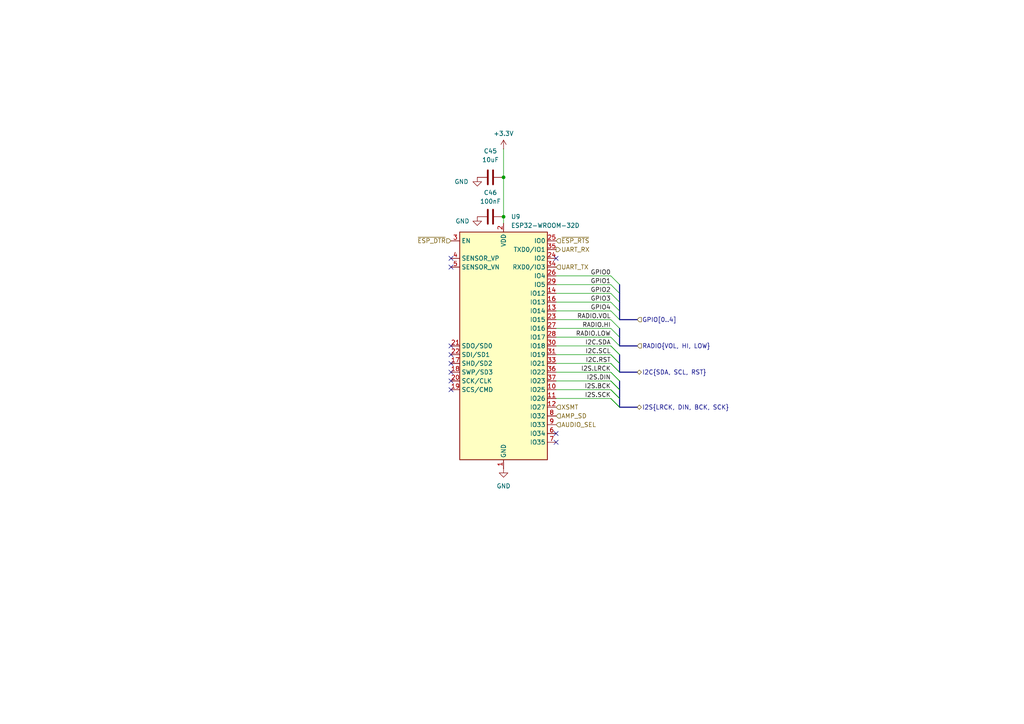
<source format=kicad_sch>
(kicad_sch (version 20250114) (generator "eeschema") (generator_version "9.0")
  (paper "A4")
  (title_block (title "Tesla sextant BT") (date "2025-11-30") (rev "2.1"))
  (lib_symbols
    (symbol "Device:C" (pin_numbers (hide yes)) (pin_names (offset 0.254))
      (property "Reference" "C" (at 0.635 2.54 0))
      (property "Value" "C" (at 0.635 -2.54 0))
      (symbol "C_0_1"
        (polyline (pts (xy -2.032 0.762) (xy 2.032 0.762)) (stroke (width 0.508)))
        (polyline (pts (xy -2.032 -0.762) (xy 2.032 -0.762)) (stroke (width 0.508)))
      )
      (symbol "C_1_1"
        (pin passive line (at 0 3.81 270) (length 2.794) (name "~") (number "1"))
        (pin passive line (at 0 -3.81 90) (length 2.794) (name "~") (number "2"))
      )
    )
    (symbol "RF_Module:ESP32-WROOM-32D"
      (property "Reference" "U" (at -12.7 34.29 0))
      (property "Value" "ESP32-WROOM-32D" (at 1.27 34.29 0))
      (symbol "ESP32-WROOM-32D_0_1"
        (rectangle (start -12.7 33.02) (end 12.7 -33.02) (stroke (width 0.254)) (fill (type background)))
      )
      (symbol "ESP32-WROOM-32D_1_1"
        (pin input line (at -15.24 30.48 0) (length 2.54) (name "EN") (number "3"))
        (pin input line (at -15.24 25.4 0) (length 2.54) (name "SENSOR_VP") (number "4"))
        (pin input line (at -15.24 22.86 0) (length 2.54) (name "SENSOR_VN") (number "5"))
        (pin bidirectional line (at -15.24 0 0) (length 2.54) (name "SDO/SD0") (number "21"))
        (pin bidirectional line (at -15.24 -2.54 0) (length 2.54) (name "SDI/SD1") (number "22"))
        (pin bidirectional line (at -15.24 -5.08 0) (length 2.54) (name "SHD/SD2") (number "17"))
        (pin bidirectional line (at -15.24 -7.62 0) (length 2.54) (name "SWP/SD3") (number "18"))
        (pin bidirectional line (at -15.24 -10.16 0) (length 2.54) (name "SCK/CLK") (number "20"))
        (pin bidirectional line (at -15.24 -12.7 0) (length 2.54) (name "SCS/CMD") (number "19"))
        (pin no_connect line (at -12.7 -27.94 0) (length 2.54) (hide yes) (name "NC") (number "32"))
        (pin power_in line (at 0 35.56 270) (length 2.54) (name "VDD") (number "2"))
        (pin power_in line (at 0 -35.56 90) (length 2.54) (name "GND") (number "1"))
        (pin passive line (at 0 -35.56 90) (length 2.54) (hide yes) (name "GND") (number "15"))
        (pin passive line (at 0 -35.56 90) (length 2.54) (hide yes) (name "GND") (number "38"))
        (pin passive line (at 0 -35.56 90) (length 2.54) (hide yes) (name "GND") (number "39"))
        (pin bidirectional line (at 15.24 30.48 180) (length 2.54) (name "IO0") (number "25"))
        (pin bidirectional line (at 15.24 27.94 180) (length 2.54) (name "TXD0/IO1") (number "35"))
        (pin bidirectional line (at 15.24 25.4 180) (length 2.54) (name "IO2") (number "24"))
        (pin bidirectional line (at 15.24 22.86 180) (length 2.54) (name "RXD0/IO3") (number "34"))
        (pin bidirectional line (at 15.24 20.32 180) (length 2.54) (name "IO4") (number "26"))
        (pin bidirectional line (at 15.24 17.78 180) (length 2.54) (name "IO5") (number "29"))
        (pin bidirectional line (at 15.24 15.24 180) (length 2.54) (name "IO12") (number "14"))
        (pin bidirectional line (at 15.24 12.7 180) (length 2.54) (name "IO13") (number "16"))
        (pin bidirectional line (at 15.24 10.16 180) (length 2.54) (name "IO14") (number "13"))
        (pin bidirectional line (at 15.24 7.62 180) (length 2.54) (name "IO15") (number "23"))
        (pin bidirectional line (at 15.24 5.08 180) (length 2.54) (name "IO16") (number "27"))
        (pin bidirectional line (at 15.24 2.54 180) (length 2.54) (name "IO17") (number "28"))
        (pin bidirectional line (at 15.24 0 180) (length 2.54) (name "IO18") (number "30"))
        (pin bidirectional line (at 15.24 -2.54 180) (length 2.54) (name "IO19") (number "31"))
        (pin bidirectional line (at 15.24 -5.08 180) (length 2.54) (name "IO21") (number "33"))
        (pin bidirectional line (at 15.24 -7.62 180) (length 2.54) (name "IO22") (number "36"))
        (pin bidirectional line (at 15.24 -10.16 180) (length 2.54) (name "IO23") (number "37"))
        (pin bidirectional line (at 15.24 -12.7 180) (length 2.54) (name "IO25") (number "10"))
        (pin bidirectional line (at 15.24 -15.24 180) (length 2.54) (name "IO26") (number "11"))
        (pin bidirectional line (at 15.24 -17.78 180) (length 2.54) (name "IO27") (number "12"))
        (pin bidirectional line (at 15.24 -20.32 180) (length 2.54) (name "IO32") (number "8"))
        (pin bidirectional line (at 15.24 -22.86 180) (length 2.54) (name "IO33") (number "9"))
        (pin input line (at 15.24 -25.4 180) (length 2.54) (name "IO34") (number "6"))
        (pin input line (at 15.24 -27.94 180) (length 2.54) (name "IO35") (number "7"))
      )
    )
    (symbol "power:+3.3V" (power) (pin_numbers (hide yes)) (pin_names (offset 0) (hide yes))
      (property "Value" "+3.3V" (at 0 3.556 0))
      (symbol "+3.3V_0_1"
        (polyline (pts (xy -0.762 1.27) (xy 0 2.54)))
        (polyline (pts (xy 0 2.54) (xy 0.762 1.27)))
        (polyline (pts (xy 0 0) (xy 0 2.54)))
      )
      (symbol "+3.3V_1_1"
        (pin power_in line (at 0 0 90) (length 0) (name "~") (number "1"))
      )
    )
    (symbol "power:GND" (power) (pin_numbers (hide yes)) (pin_names (offset 0) (hide yes))
      (property "Value" "GND" (at 0 -3.81 0))
      (symbol "GND_0_1"
        (polyline (pts (xy 0 0) (xy 0 -1.27) (xy 1.27 -1.27) (xy 0 -2.54) (xy -1.27 -1.27) (xy 0 -1.27)))
      )
      (symbol "GND_1_1"
        (pin power_in line (at 0 0 270) (length 0) (name "~") (number "1"))
      )
    )
  )
  (junction (at 146.05 62.865))
  (junction (at 146.05 51.435))
  (no_connect (at 130.81 100.33))
  (no_connect (at 130.81 74.93))
  (no_connect (at 161.29 128.27))
  (no_connect (at 161.29 74.93))
  (no_connect (at 130.81 113.03))
  (no_connect (at 130.81 77.47))
  (no_connect (at 161.29 125.73))
  (no_connect (at 130.81 105.41))
  (no_connect (at 130.81 110.49))
  (no_connect (at 130.81 102.87))
  (no_connect (at 130.81 107.95))
  (bus_entry (at 179.705 95.25) (size -2.54 -2.54))
  (bus_entry (at 179.705 118.11) (size -2.54 -2.54))
  (bus_entry (at 177.165 85.09) (size 2.54 2.54))
  (bus_entry (at 179.705 110.49) (size -2.54 -2.54))
  (bus_entry (at 177.165 90.17) (size 2.54 2.54))
  (bus_entry (at 179.705 85.09) (size -2.54 -2.54))
  (bus_entry (at 179.705 102.87) (size -2.54 -2.54))
  (bus_entry (at 179.705 113.03) (size -2.54 -2.54))
  (bus_entry (at 179.705 115.57) (size -2.54 -2.54))
  (bus_entry (at 179.705 113.03) (size -2.54 -2.54))
  (bus_entry (at 179.705 118.11) (size -2.54 -2.54))
  (bus_entry (at 179.705 100.33) (size -2.54 -2.54))
  (bus_entry (at 177.165 87.63) (size 2.54 2.54))
  (bus_entry (at 179.705 110.49) (size -2.54 -2.54))
  (bus_entry (at 179.705 105.41) (size -2.54 -2.54))
  (bus_entry (at 179.705 107.95) (size -2.54 -2.54))
  (bus_entry (at 179.705 97.79) (size -2.54 -2.54))
  (bus_entry (at 179.705 102.87) (size -2.54 -2.54))
  (bus_entry (at 179.705 115.57) (size -2.54 -2.54))
  (bus_entry (at 179.705 105.41) (size -2.54 -2.54))
  (bus_entry (at 179.705 118.11) (size -2.54 -2.54))
  (bus_entry (at 179.705 115.57) (size -2.54 -2.54))
  (bus_entry (at 177.165 80.01) (size 2.54 2.54))
  (bus_entry (at 179.705 113.03) (size -2.54 -2.54))
  (bus_entry (at 179.705 107.95) (size -2.54 -2.54))
  (wire (pts (xy 161.29 87.63) (xy 177.165 87.63)))
  (bus (pts (xy 179.705 105.41) (xy 179.705 107.95)))
  (bus (pts (xy 179.705 95.25) (xy 179.705 97.79)))
  (bus (pts (xy 179.705 118.11) (xy 179.705 115.57)))
  (wire (pts (xy 146.05 62.865) (xy 146.05 64.77)))
  (wire (pts (xy 161.29 97.79) (xy 177.165 97.79)))
  (bus (pts (xy 184.785 118.11) (xy 179.705 118.11)))
  (wire (pts (xy 161.29 113.03) (xy 177.165 113.03)))
  (bus (pts (xy 179.705 100.33) (xy 184.785 100.33)))
  (wire (pts (xy 161.29 82.55) (xy 177.165 82.55)))
  (wire (pts (xy 161.29 105.41) (xy 177.165 105.41)))
  (bus (pts (xy 179.705 97.79) (xy 179.705 100.33)))
  (wire (pts (xy 161.29 85.09) (xy 177.165 85.09)))
  (bus (pts (xy 179.705 90.17) (xy 179.705 92.71)))
  (bus (pts (xy 179.705 82.55) (xy 179.705 85.09)))
  (wire (pts (xy 161.29 102.87) (xy 177.165 102.87)))
  (bus (pts (xy 179.705 92.71) (xy 184.785 92.71)))
  (wire (pts (xy 161.29 90.17) (xy 177.165 90.17)))
  (wire (pts (xy 161.29 100.33) (xy 177.165 100.33)))
  (bus (pts (xy 179.705 85.09) (xy 179.705 87.63)))
  (wire (pts (xy 161.29 92.71) (xy 177.165 92.71)))
  (wire (pts (xy 146.05 51.435) (xy 146.05 62.865)))
  (bus (pts (xy 179.705 113.03) (xy 179.705 115.57)))
  (wire (pts (xy 161.29 107.95) (xy 177.165 107.95)))
  (wire (pts (xy 161.29 95.25) (xy 177.165 95.25)))
  (bus (pts (xy 179.705 87.63) (xy 179.705 90.17)))
  (bus (pts (xy 179.705 102.87) (xy 179.705 105.41)))
  (bus (pts (xy 179.705 110.49) (xy 179.705 113.03)))
  (wire (pts (xy 177.165 115.57) (xy 161.29 115.57)))
  (wire (pts (xy 146.05 43.18) (xy 146.05 51.435)))
  (wire (pts (xy 161.29 80.01) (xy 177.165 80.01)))
  (bus (pts (xy 184.785 107.95) (xy 179.705 107.95)))
  (wire (pts (xy 161.29 110.49) (xy 177.165 110.49)))
  (label "GPIO1" (at 177.165 82.55 180))
  (label "GPIO4" (at 177.165 90.17 180))
  (label "I2C.RST" (at 177.165 105.41 180))
  (label "I2C.SCL" (at 177.165 102.87 180))
  (label "I2S.SCK" (at 177.165 115.57 180))
  (label "RADIO.HI" (at 177.165 95.25 180))
  (label "I2C.SDA" (at 177.165 100.33 180))
  (label "GPIO0" (at 177.165 80.01 180))
  (label "I2S.DIN" (at 177.165 110.49 180))
  (label "GPIO3" (at 177.165 87.63 180))
  (label "I2S.LRCK" (at 177.165 107.95 180))
  (label "I2S.BCK" (at 177.165 113.03 180))
  (label "GPIO2" (at 177.165 85.09 180))
  (label "RADIO.LOW" (at 177.165 97.79 180))
  (label "RADIO.VOL" (at 177.165 92.71 180))
  (hierarchical_label "GPIO[0..4]" (shape input) (at 184.785 92.71 0))
  (hierarchical_label "UART_RX" (shape output) (at 161.29 72.39 0))
  (hierarchical_label "RADIO{VOL, HI, LOW}" (shape input) (at 184.785 100.33 0))
  (hierarchical_label "~{ESP_DTR}" (shape input) (at 130.81 69.85 180))
  (hierarchical_label "AUDIO_SEL" (shape input) (at 161.29 123.19 0))
  (hierarchical_label "XSMT" (shape input) (at 161.29 118.11 0))
  (hierarchical_label "I2S{LRCK, DIN, BCK, SCK}" (shape bidirectional) (at 184.785 118.11 0))
  (hierarchical_label "AMP_SD" (shape input) (at 161.29 120.65 0))
  (hierarchical_label "~{ESP_RTS}" (shape input) (at 161.29 69.85 0))
  (hierarchical_label "I2C{SDA, SCL, RST}" (shape bidirectional) (at 184.785 107.95 0))
  (hierarchical_label "UART_TX" (shape input) (at 161.29 77.47 0))
  (symbol (lib_id "power:+3.3V") (at 146.05 43.18 0) (unit 1)
    (property "Reference" "#PWR?" (effects (hide yes)))
    (property "Value" "+3.3V" (at 146.05 38.735 0))
    (property "Description" "Power symbol creates a global label with name \"+3.3V\"" (effects (hide yes)))
  )
  (symbol (lib_id "power:GND") (at 138.43 62.865 0) (unit 1)
    (property "Reference" "#PWR?" (effects (hide yes)))
    (property "Value" "GND" (at 132.08 64.135 0) (effects (justify left)))
    (property "Description" "Power symbol creates a global label with name \"GND\" , ground" (effects (hide yes)))
  )
  (symbol (lib_id "power:GND") (at 146.05 135.89 0) (unit 1)
    (property "Reference" "#PWR?" (effects (hide yes)))
    (property "Value" "GND" (at 146.05 140.97 0))
    (property "Description" "Power symbol creates a global label with name \"GND\" , ground" (effects (hide yes)))
  )
  (symbol (lib_id "Device:C") (at 142.24 62.865 90) (unit 1)
    (property "Reference" "C46" (at 142.24 55.88 90))
    (property "Value" "100nF" (at 142.24 58.42 90))
    (property "Description" "Unpolarized capacitor" (effects (hide yes)))
  )
  (symbol (lib_id "RF_Module:ESP32-WROOM-32D") (at 146.05 100.33 0) (unit 1)
    (property "Reference" "U9" (at 148.1933 62.865 0) (effects (justify left)))
    (property "Value" "ESP32-WROOM-32D" (at 148.1933 65.405 0) (effects (justify left)))
    (property "Footprint" "RF_Module:ESP32-WROOM-32D" (effects (hide yes)))
    (property "Datasheet" "https://www.espressif.com/sites/default/files/documentation/esp32-wroom-32d_esp32-wroom-32u_datasheet_en.pdf" (effects (hide yes)))
    (property "Description" "RF Module, ESP32-D0WD SoC, Wi-Fi 802.11b/g/n, Bluetooth, BLE, 32-bit, 2.7-3.6V, onboard antenna, SMD" (effects (hide yes)))
  )
  (symbol (lib_id "Device:C") (at 142.24 51.435 90) (unit 1)
    (property "Reference" "C45" (at 142.24 43.815 90))
    (property "Value" "10uF" (at 142.24 46.355 90))
    (property "Description" "Unpolarized capacitor" (effects (hide yes)))
  )
  (symbol (lib_id "power:GND") (at 138.43 51.435 0) (unit 1)
    (property "Reference" "#PWR?" (effects (hide yes)))
    (property "Value" "GND" (at 135.89 52.7049 0) (effects (justify right)))
    (property "Description" "Power symbol creates a global label with name \"GND\" , ground" (effects (hide yes)))
  )
)
</source>
